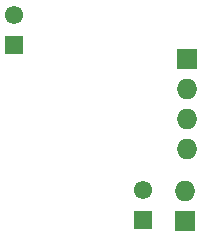
<source format=gbs>
G04 #@! TF.GenerationSoftware,KiCad,Pcbnew,(5.0.0)*
G04 #@! TF.CreationDate,2019-04-26T12:00:10-04:00*
G04 #@! TF.ProjectId,StrainGauge2,53747261696E4761756765322E6B6963,rev?*
G04 #@! TF.SameCoordinates,Original*
G04 #@! TF.FileFunction,Soldermask,Bot*
G04 #@! TF.FilePolarity,Negative*
%FSLAX46Y46*%
G04 Gerber Fmt 4.6, Leading zero omitted, Abs format (unit mm)*
G04 Created by KiCad (PCBNEW (5.0.0)) date 04/26/19 12:00:10*
%MOMM*%
%LPD*%
G01*
G04 APERTURE LIST*
%ADD10R,1.730000X1.730000*%
%ADD11O,1.730000X1.730000*%
%ADD12R,1.554000X1.554000*%
%ADD13C,1.554000*%
G04 APERTURE END LIST*
D10*
G04 #@! TO.C,P5*
X296175000Y-130770000D03*
D11*
X296175000Y-133310000D03*
X296175000Y-135850000D03*
X296175000Y-138390000D03*
G04 #@! TD*
D10*
G04 #@! TO.C,P3*
X295990000Y-144510000D03*
D11*
X295990000Y-141970000D03*
G04 #@! TD*
D12*
G04 #@! TO.C,P2*
X281500000Y-129560000D03*
D13*
X281500000Y-127020000D03*
G04 #@! TD*
D12*
G04 #@! TO.C,P1*
X292380000Y-144450000D03*
D13*
X292380000Y-141910000D03*
G04 #@! TD*
M02*

</source>
